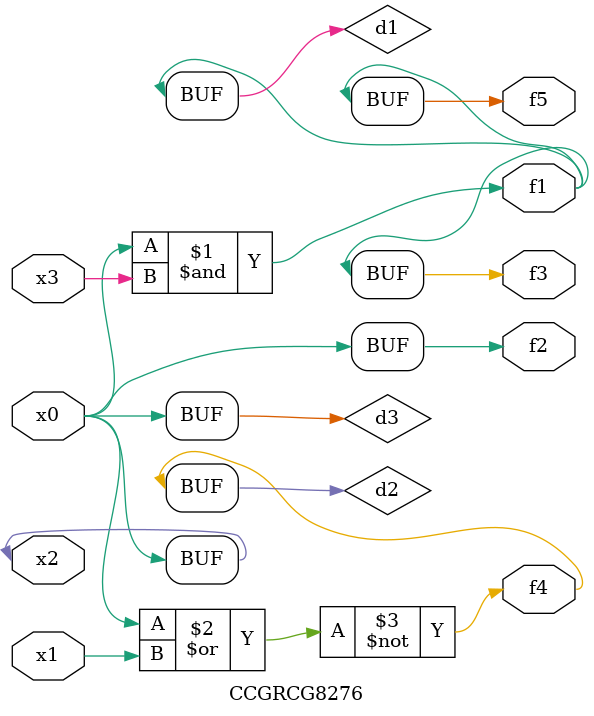
<source format=v>
module CCGRCG8276(
	input x0, x1, x2, x3,
	output f1, f2, f3, f4, f5
);

	wire d1, d2, d3;

	and (d1, x2, x3);
	nor (d2, x0, x1);
	buf (d3, x0, x2);
	assign f1 = d1;
	assign f2 = d3;
	assign f3 = d1;
	assign f4 = d2;
	assign f5 = d1;
endmodule

</source>
